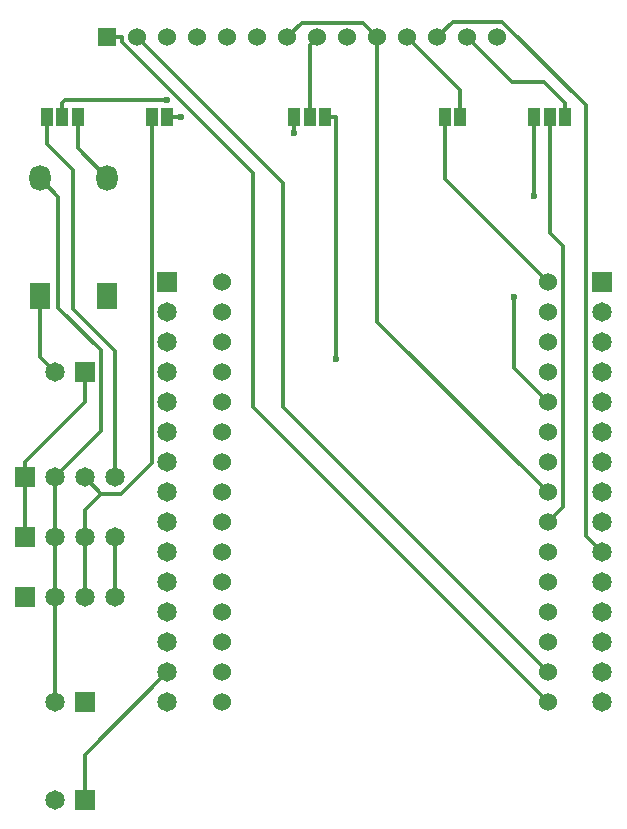
<source format=gtl>
G04 Layer: TopLayer*
G04 EasyEDA v6.5.47, 2024-09-27 13:25:38*
G04 cb8a5c33274e4434a5d5d060cedbf222,e87ba6ffdfb0417d91de07616a749205,10*
G04 Gerber Generator version 0.2*
G04 Scale: 100 percent, Rotated: No, Reflected: No *
G04 Dimensions in millimeters *
G04 leading zeros omitted , absolute positions ,4 integer and 5 decimal *
%FSLAX45Y45*%
%MOMM*%

%AMMACRO1*4,1,8,0.5,-0.7499,-0.5,-0.7499,-0.5,-0.7499,-0.5,0.7499,-0.5,0.7499,0.5,0.7499,0.5,0.7499,0.5,-0.7499,0.5,-0.7499,0*%
%AMMACRO2*4,1,8,-0.5,0.7499,0.5,0.7499,0.5,0.7499,0.5,-0.7499,0.5,-0.7499,-0.5,-0.7499,-0.5,-0.7499,-0.5,0.7499,-0.5,0.7499,0*%
%AMMACRO3*21,1,$1,$2,0,0,$3*%
%ADD10C,0.3000*%
%ADD11MACRO1*%
%ADD12MACRO2*%
%ADD13MACRO3,1.524X1.524X0.0000*%
%ADD14C,1.5240*%
%ADD15R,1.8000X2.2000*%
%ADD16O,1.7999964X2.1999956000000003*%
%ADD17R,1.6510X1.6510*%
%ADD18C,1.6510*%
%ADD19C,0.6000*%

%LPD*%
D10*
X4759502Y-889000D02*
G01*
X4759502Y-1553590D01*
X2727502Y-1009040D02*
G01*
X2727502Y-1024661D01*
X2727502Y-889000D02*
G01*
X2727502Y-1009040D01*
X891997Y-889000D02*
G01*
X891997Y-1009040D01*
X1143000Y-1405001D02*
G01*
X891997Y-1153998D01*
X891997Y-1009040D01*
X1652498Y-888974D02*
G01*
X1766366Y-888974D01*
X762000Y-889000D02*
G01*
X762000Y-768934D01*
X762000Y-768934D02*
G01*
X786028Y-744905D01*
X1650161Y-744905D01*
X4872507Y-3302000D02*
G01*
X4584827Y-3014319D01*
X4584827Y-2412771D01*
X3082543Y-889000D02*
G01*
X3082543Y-2939237D01*
X2987497Y-889000D02*
G01*
X3082543Y-889000D01*
X444500Y-3937000D02*
G01*
X444500Y-4445000D01*
X444500Y-3937000D02*
G01*
X444500Y-3809390D01*
X952500Y-3048000D02*
G01*
X952500Y-3301390D01*
X444500Y-3809390D01*
X571500Y-1405001D02*
G01*
X730605Y-1564106D01*
X730605Y-2501900D01*
X1087501Y-2858795D01*
X1087501Y-3547998D01*
X698500Y-3937000D01*
X698500Y-4445000D02*
G01*
X698500Y-4953000D01*
X698500Y-3937000D02*
G01*
X698500Y-4445000D01*
X698500Y-5842000D02*
G01*
X698500Y-4953000D01*
X952500Y-6667500D02*
G01*
X952500Y-6286474D01*
X1651000Y-5587974D01*
X4872507Y-5842000D02*
G01*
X2376246Y-3345738D01*
X2376246Y-1364665D01*
X1265986Y-254406D01*
X1265986Y-212547D01*
X1144727Y-212547D02*
G01*
X1265986Y-212547D01*
X4872507Y-5588000D02*
G01*
X2632303Y-3347796D01*
X2632303Y-1446098D01*
X1398752Y-212547D01*
X5334000Y-4572000D02*
G01*
X5195976Y-4433976D01*
X5195976Y-787323D01*
X4489983Y-81330D01*
X4069968Y-81330D01*
X3938752Y-212547D01*
X4889500Y-889000D02*
G01*
X4889500Y-1871929D01*
X4998770Y-1981200D01*
X4998770Y-4191736D01*
X4872507Y-4318000D01*
X3430752Y-212547D02*
G01*
X3307943Y-89738D01*
X2791561Y-89738D01*
X2668752Y-212547D01*
X4872507Y-4064000D02*
G01*
X3430752Y-2622245D01*
X3430752Y-212547D01*
X3999001Y-889000D02*
G01*
X3999001Y-1412494D01*
X4872507Y-2286000D01*
X632002Y-889000D02*
G01*
X632002Y-1115695D01*
X857250Y-1340942D01*
X857250Y-2517241D01*
X1206500Y-2866491D01*
X1206500Y-3937000D01*
X1206500Y-4445000D02*
G01*
X1206500Y-4953000D01*
X2857500Y-889000D02*
G01*
X2857500Y-277799D01*
X2922752Y-212547D01*
X4128998Y-889000D02*
G01*
X4128998Y-656793D01*
X3684752Y-212547D01*
X5019497Y-889000D02*
G01*
X5019497Y-768934D01*
X5019497Y-768934D02*
G01*
X4844237Y-593674D01*
X4573879Y-593674D01*
X4192752Y-212547D01*
X952500Y-4445000D02*
G01*
X952500Y-4953000D01*
X1093571Y-4078071D02*
G01*
X952500Y-4219143D01*
X952500Y-4445000D01*
X1522501Y-888974D02*
G01*
X1522501Y-3816400D01*
X1260830Y-4078071D01*
X1093571Y-4078071D01*
X1093571Y-4078071D02*
G01*
X952500Y-3937000D01*
X698500Y-3048000D02*
G01*
X571500Y-2921000D01*
X571500Y-2404998D01*
D11*
G01*
X1652508Y-889010D03*
G01*
X1522511Y-889010D03*
D12*
G01*
X3998981Y-888984D03*
G01*
X4128978Y-888984D03*
G01*
X631987Y-888984D03*
G01*
X761984Y-888984D03*
G01*
X891981Y-888984D03*
G01*
X2727485Y-888984D03*
G01*
X2857482Y-888984D03*
G01*
X2987479Y-888984D03*
G01*
X4759479Y-888984D03*
G01*
X4889477Y-888984D03*
G01*
X5019474Y-888984D03*
D13*
G01*
X1144722Y-212554D03*
D14*
G01*
X1398752Y-212547D03*
G01*
X1652752Y-212547D03*
G01*
X1906752Y-212547D03*
G01*
X2160752Y-212547D03*
G01*
X2414752Y-212547D03*
G01*
X2668752Y-212547D03*
G01*
X2922752Y-212547D03*
G01*
X3176752Y-212547D03*
G01*
X3430752Y-212547D03*
G01*
X3684752Y-212547D03*
G01*
X3938752Y-212547D03*
G01*
X4192752Y-212547D03*
G01*
X4446752Y-212547D03*
G01*
X2112492Y-2286000D03*
G01*
X2112492Y-2540000D03*
G01*
X2112492Y-2794000D03*
G01*
X2112492Y-3048000D03*
G01*
X2112492Y-3302000D03*
G01*
X2112492Y-3556000D03*
G01*
X2112492Y-3810000D03*
G01*
X2112492Y-4064000D03*
G01*
X2112492Y-4318000D03*
G01*
X2112492Y-4572000D03*
G01*
X2112492Y-4826000D03*
G01*
X2112492Y-5080000D03*
G01*
X2112492Y-5334000D03*
G01*
X2112492Y-5588000D03*
G01*
X2112492Y-5842000D03*
G01*
X4872507Y-5842000D03*
G01*
X4872507Y-5588000D03*
G01*
X4872507Y-5334000D03*
G01*
X4872507Y-5080000D03*
G01*
X4872507Y-4826000D03*
G01*
X4872507Y-4572000D03*
G01*
X4872507Y-4318000D03*
G01*
X4872507Y-4064000D03*
G01*
X4872507Y-3810000D03*
G01*
X4872507Y-3556000D03*
G01*
X4872507Y-3302000D03*
G01*
X4872507Y-3048000D03*
G01*
X4872507Y-2794000D03*
G01*
X4872507Y-2540000D03*
G01*
X4872507Y-2286000D03*
D15*
G01*
X571500Y-2404998D03*
D16*
G01*
X571500Y-1405001D03*
D15*
G01*
X1143000Y-2404998D03*
D16*
G01*
X1143000Y-1405001D03*
D17*
G01*
X444500Y-4953000D03*
D18*
G01*
X698500Y-4953000D03*
G01*
X952500Y-4953000D03*
G01*
X1206500Y-4953000D03*
D17*
G01*
X444500Y-4445000D03*
D18*
G01*
X698500Y-4445000D03*
G01*
X952500Y-4445000D03*
G01*
X1206500Y-4445000D03*
D17*
G01*
X444500Y-3937000D03*
D18*
G01*
X698500Y-3937000D03*
G01*
X952500Y-3937000D03*
G01*
X1206500Y-3937000D03*
D17*
G01*
X952500Y-3048000D03*
D18*
G01*
X698500Y-3048000D03*
D17*
G01*
X952500Y-5842000D03*
D18*
G01*
X698500Y-5842000D03*
D17*
G01*
X952500Y-6667500D03*
D18*
G01*
X698500Y-6667500D03*
D17*
G01*
X1651000Y-2286000D03*
D18*
G01*
X1651000Y-2539974D03*
G01*
X1651000Y-2793974D03*
G01*
X1651000Y-3047974D03*
G01*
X1651000Y-3301974D03*
G01*
X1651000Y-3555974D03*
G01*
X1651000Y-3809974D03*
G01*
X1651000Y-4063974D03*
G01*
X1651000Y-4317974D03*
G01*
X1651000Y-4571974D03*
G01*
X1651000Y-4825974D03*
G01*
X1651000Y-5079974D03*
G01*
X1651000Y-5333974D03*
G01*
X1651000Y-5587974D03*
G01*
X1651000Y-5841974D03*
D17*
G01*
X5334000Y-2286000D03*
D18*
G01*
X5334000Y-2540000D03*
G01*
X5334000Y-2794000D03*
G01*
X5334000Y-3048000D03*
G01*
X5334000Y-3302000D03*
G01*
X5334000Y-3556000D03*
G01*
X5334000Y-3810000D03*
G01*
X5334000Y-4064000D03*
G01*
X5334000Y-4318000D03*
G01*
X5334000Y-4572000D03*
G01*
X5334000Y-4826000D03*
G01*
X5334000Y-5080000D03*
G01*
X5334000Y-5334000D03*
G01*
X5334000Y-5588000D03*
G01*
X5334000Y-5842000D03*
D19*
G01*
X2727502Y-1024661D03*
G01*
X4759502Y-1553590D03*
G01*
X1766366Y-888974D03*
G01*
X1650161Y-744905D03*
G01*
X4584827Y-2412771D03*
G01*
X3082543Y-2939237D03*
M02*

</source>
